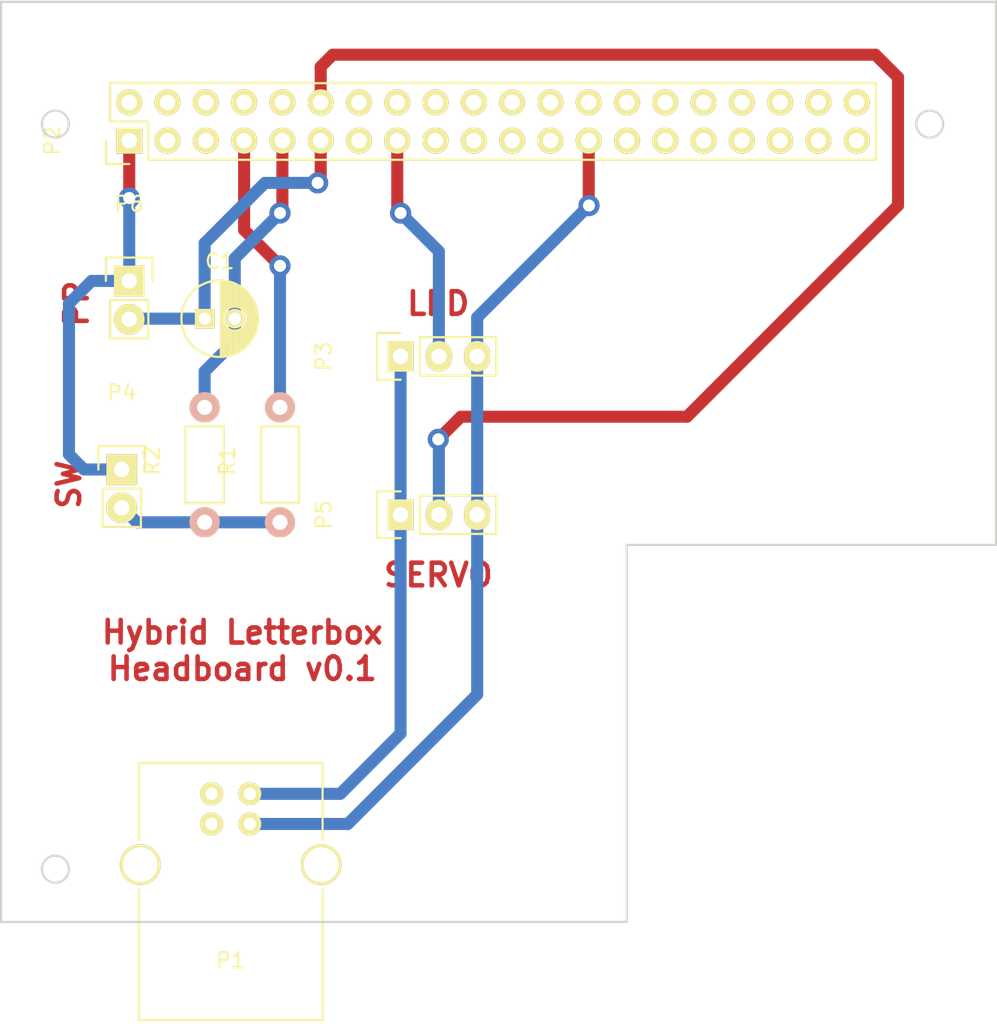
<source format=kicad_pcb>
(kicad_pcb (version 4) (host pcbnew 4.0.1-stable)

  (general
    (links 25)
    (no_connects 9)
    (area 124.924999 98.374999 191.075001 167.075001)
    (thickness 1.6)
    (drawings 22)
    (tracks 61)
    (zones 0)
    (modules 9)
    (nets 10)
  )

  (page A4)
  (layers
    (0 F.Cu signal)
    (31 B.Cu signal)
    (32 B.Adhes user)
    (33 F.Adhes user)
    (34 B.Paste user)
    (35 F.Paste user)
    (36 B.SilkS user)
    (37 F.SilkS user)
    (38 B.Mask user)
    (39 F.Mask user)
    (40 Dwgs.User user hide)
    (41 Cmts.User user)
    (42 Eco1.User user)
    (43 Eco2.User user)
    (44 Edge.Cuts user)
    (45 Margin user)
    (46 B.CrtYd user)
    (47 F.CrtYd user)
    (48 B.Fab user)
    (49 F.Fab user)
  )

  (setup
    (last_trace_width 0.8)
    (trace_clearance 0.8)
    (zone_clearance 0.508)
    (zone_45_only no)
    (trace_min 0.8)
    (segment_width 0.15)
    (edge_width 0.15)
    (via_size 1.4)
    (via_drill 0.8)
    (via_min_size 1.4)
    (via_min_drill 0.8)
    (uvia_size 1.4)
    (uvia_drill 0.8)
    (uvias_allowed no)
    (uvia_min_size 0.2)
    (uvia_min_drill 0.1)
    (pcb_text_width 0.3)
    (pcb_text_size 1.5 1.5)
    (mod_edge_width 0.15)
    (mod_text_size 1 1)
    (mod_text_width 0.15)
    (pad_size 1.524 1.524)
    (pad_drill 0.762)
    (pad_to_mask_clearance 0.2)
    (aux_axis_origin 0 0)
    (visible_elements FFFFFF7F)
    (pcbplotparams
      (layerselection 0x00000_80000001)
      (usegerberextensions false)
      (excludeedgelayer false)
      (linewidth 0.100000)
      (plotframeref false)
      (viasonmask false)
      (mode 1)
      (useauxorigin false)
      (hpglpennumber 1)
      (hpglpenspeed 20)
      (hpglpendiameter 15)
      (hpglpenoverlay 2)
      (psnegative false)
      (psa4output false)
      (plotreference true)
      (plotvalue true)
      (plotinvisibletext false)
      (padsonsilk false)
      (subtractmaskfromsilk false)
      (outputformat 4)
      (mirror false)
      (drillshape 1)
      (scaleselection 1)
      (outputdirectory plots/))
  )

  (net 0 "")
  (net 1 +3V3)
  (net 2 GND)
  (net 3 "Net-(P2-Pad12)")
  (net 4 "Net-(C1-Pad1)")
  (net 5 +5V)
  (net 6 "Net-(P1-Pad5)")
  (net 7 "Net-(P2-Pad7)")
  (net 8 "Net-(P2-Pad15)")
  (net 9 "Net-(P4-Pad2)")

  (net_class Default "This is the default net class."
    (clearance 0.8)
    (trace_width 0.8)
    (via_dia 1.4)
    (via_drill 0.8)
    (uvia_dia 1.4)
    (uvia_drill 0.8)
    (add_net +3V3)
    (add_net +5V)
    (add_net GND)
    (add_net "Net-(C1-Pad1)")
    (add_net "Net-(P1-Pad5)")
    (add_net "Net-(P2-Pad12)")
    (add_net "Net-(P2-Pad15)")
    (add_net "Net-(P2-Pad7)")
    (add_net "Net-(P4-Pad2)")
  )

  (module Pin_Headers:Pin_Header_Straight_2x20 locked (layer F.Cu) (tedit 0) (tstamp 56E82EC8)
    (at 133.5 107.7 90)
    (descr "Through hole pin header")
    (tags "pin header")
    (path /56E6E387)
    (fp_text reference P2 (at 0 -5.1 90) (layer F.SilkS)
      (effects (font (size 1 1) (thickness 0.15)))
    )
    (fp_text value PI_CONN (at 0 -3.1 90) (layer F.Fab)
      (effects (font (size 1 1) (thickness 0.15)))
    )
    (fp_line (start -1.75 -1.75) (end -1.75 50.05) (layer F.CrtYd) (width 0.05))
    (fp_line (start 4.3 -1.75) (end 4.3 50.05) (layer F.CrtYd) (width 0.05))
    (fp_line (start -1.75 -1.75) (end 4.3 -1.75) (layer F.CrtYd) (width 0.05))
    (fp_line (start -1.75 50.05) (end 4.3 50.05) (layer F.CrtYd) (width 0.05))
    (fp_line (start 3.81 49.53) (end 3.81 -1.27) (layer F.SilkS) (width 0.15))
    (fp_line (start -1.27 1.27) (end -1.27 49.53) (layer F.SilkS) (width 0.15))
    (fp_line (start 3.81 49.53) (end -1.27 49.53) (layer F.SilkS) (width 0.15))
    (fp_line (start 3.81 -1.27) (end 1.27 -1.27) (layer F.SilkS) (width 0.15))
    (fp_line (start 0 -1.55) (end -1.55 -1.55) (layer F.SilkS) (width 0.15))
    (fp_line (start 1.27 -1.27) (end 1.27 1.27) (layer F.SilkS) (width 0.15))
    (fp_line (start 1.27 1.27) (end -1.27 1.27) (layer F.SilkS) (width 0.15))
    (fp_line (start -1.55 -1.55) (end -1.55 0) (layer F.SilkS) (width 0.15))
    (pad 1 thru_hole rect (at 0 0 90) (size 1.7272 1.7272) (drill 1.016) (layers *.Cu *.Mask F.SilkS)
      (net 1 +3V3))
    (pad 2 thru_hole oval (at 2.54 0 90) (size 1.7272 1.7272) (drill 1.016) (layers *.Cu *.Mask F.SilkS))
    (pad 3 thru_hole oval (at 0 2.54 90) (size 1.7272 1.7272) (drill 1.016) (layers *.Cu *.Mask F.SilkS))
    (pad 4 thru_hole oval (at 2.54 2.54 90) (size 1.7272 1.7272) (drill 1.016) (layers *.Cu *.Mask F.SilkS))
    (pad 5 thru_hole oval (at 0 5.08 90) (size 1.7272 1.7272) (drill 1.016) (layers *.Cu *.Mask F.SilkS))
    (pad 6 thru_hole oval (at 2.54 5.08 90) (size 1.7272 1.7272) (drill 1.016) (layers *.Cu *.Mask F.SilkS)
      (net 2 GND))
    (pad 7 thru_hole oval (at 0 7.62 90) (size 1.7272 1.7272) (drill 1.016) (layers *.Cu *.Mask F.SilkS)
      (net 7 "Net-(P2-Pad7)"))
    (pad 8 thru_hole oval (at 2.54 7.62 90) (size 1.7272 1.7272) (drill 1.016) (layers *.Cu *.Mask F.SilkS))
    (pad 9 thru_hole oval (at 0 10.16 90) (size 1.7272 1.7272) (drill 1.016) (layers *.Cu *.Mask F.SilkS)
      (net 2 GND))
    (pad 10 thru_hole oval (at 2.54 10.16 90) (size 1.7272 1.7272) (drill 1.016) (layers *.Cu *.Mask F.SilkS))
    (pad 11 thru_hole oval (at 0 12.7 90) (size 1.7272 1.7272) (drill 1.016) (layers *.Cu *.Mask F.SilkS)
      (net 4 "Net-(C1-Pad1)"))
    (pad 12 thru_hole oval (at 2.54 12.7 90) (size 1.7272 1.7272) (drill 1.016) (layers *.Cu *.Mask F.SilkS)
      (net 3 "Net-(P2-Pad12)"))
    (pad 13 thru_hole oval (at 0 15.24 90) (size 1.7272 1.7272) (drill 1.016) (layers *.Cu *.Mask F.SilkS))
    (pad 14 thru_hole oval (at 2.54 15.24 90) (size 1.7272 1.7272) (drill 1.016) (layers *.Cu *.Mask F.SilkS)
      (net 2 GND))
    (pad 15 thru_hole oval (at 0 17.78 90) (size 1.7272 1.7272) (drill 1.016) (layers *.Cu *.Mask F.SilkS)
      (net 8 "Net-(P2-Pad15)"))
    (pad 16 thru_hole oval (at 2.54 17.78 90) (size 1.7272 1.7272) (drill 1.016) (layers *.Cu *.Mask F.SilkS))
    (pad 17 thru_hole oval (at 0 20.32 90) (size 1.7272 1.7272) (drill 1.016) (layers *.Cu *.Mask F.SilkS)
      (net 1 +3V3))
    (pad 18 thru_hole oval (at 2.54 20.32 90) (size 1.7272 1.7272) (drill 1.016) (layers *.Cu *.Mask F.SilkS))
    (pad 19 thru_hole oval (at 0 22.86 90) (size 1.7272 1.7272) (drill 1.016) (layers *.Cu *.Mask F.SilkS))
    (pad 20 thru_hole oval (at 2.54 22.86 90) (size 1.7272 1.7272) (drill 1.016) (layers *.Cu *.Mask F.SilkS)
      (net 2 GND))
    (pad 21 thru_hole oval (at 0 25.4 90) (size 1.7272 1.7272) (drill 1.016) (layers *.Cu *.Mask F.SilkS))
    (pad 22 thru_hole oval (at 2.54 25.4 90) (size 1.7272 1.7272) (drill 1.016) (layers *.Cu *.Mask F.SilkS))
    (pad 23 thru_hole oval (at 0 27.94 90) (size 1.7272 1.7272) (drill 1.016) (layers *.Cu *.Mask F.SilkS))
    (pad 24 thru_hole oval (at 2.54 27.94 90) (size 1.7272 1.7272) (drill 1.016) (layers *.Cu *.Mask F.SilkS))
    (pad 25 thru_hole oval (at 0 30.48 90) (size 1.7272 1.7272) (drill 1.016) (layers *.Cu *.Mask F.SilkS)
      (net 2 GND))
    (pad 26 thru_hole oval (at 2.54 30.48 90) (size 1.7272 1.7272) (drill 1.016) (layers *.Cu *.Mask F.SilkS))
    (pad 27 thru_hole oval (at 0 33.02 90) (size 1.7272 1.7272) (drill 1.016) (layers *.Cu *.Mask F.SilkS))
    (pad 28 thru_hole oval (at 2.54 33.02 90) (size 1.7272 1.7272) (drill 1.016) (layers *.Cu *.Mask F.SilkS))
    (pad 29 thru_hole oval (at 0 35.56 90) (size 1.7272 1.7272) (drill 1.016) (layers *.Cu *.Mask F.SilkS))
    (pad 30 thru_hole oval (at 2.54 35.56 90) (size 1.7272 1.7272) (drill 1.016) (layers *.Cu *.Mask F.SilkS)
      (net 2 GND))
    (pad 31 thru_hole oval (at 0 38.1 90) (size 1.7272 1.7272) (drill 1.016) (layers *.Cu *.Mask F.SilkS))
    (pad 32 thru_hole oval (at 2.54 38.1 90) (size 1.7272 1.7272) (drill 1.016) (layers *.Cu *.Mask F.SilkS))
    (pad 33 thru_hole oval (at 0 40.64 90) (size 1.7272 1.7272) (drill 1.016) (layers *.Cu *.Mask F.SilkS))
    (pad 34 thru_hole oval (at 2.54 40.64 90) (size 1.7272 1.7272) (drill 1.016) (layers *.Cu *.Mask F.SilkS)
      (net 2 GND))
    (pad 35 thru_hole oval (at 0 43.18 90) (size 1.7272 1.7272) (drill 1.016) (layers *.Cu *.Mask F.SilkS))
    (pad 36 thru_hole oval (at 2.54 43.18 90) (size 1.7272 1.7272) (drill 1.016) (layers *.Cu *.Mask F.SilkS))
    (pad 37 thru_hole oval (at 0 45.72 90) (size 1.7272 1.7272) (drill 1.016) (layers *.Cu *.Mask F.SilkS))
    (pad 38 thru_hole oval (at 2.54 45.72 90) (size 1.7272 1.7272) (drill 1.016) (layers *.Cu *.Mask F.SilkS))
    (pad 39 thru_hole oval (at 0 48.26 90) (size 1.7272 1.7272) (drill 1.016) (layers *.Cu *.Mask F.SilkS)
      (net 2 GND))
    (pad 40 thru_hole oval (at 2.54 48.26 90) (size 1.7272 1.7272) (drill 1.016) (layers *.Cu *.Mask F.SilkS))
    (model Pin_Headers.3dshapes/Pin_Header_Straight_2x20.wrl
      (at (xyz 0.05 -0.95 0))
      (scale (xyz 1 1 1))
      (rotate (xyz 0 0 90))
    )
  )

  (module Pin_Headers:Pin_Header_Straight_1x03 (layer F.Cu) (tedit 0) (tstamp 570B7B51)
    (at 151.5 132.5 90)
    (descr "Through hole pin header")
    (tags "pin header")
    (path /56E7DEB4)
    (fp_text reference P5 (at 0 -5.1 90) (layer F.SilkS)
      (effects (font (size 1 1) (thickness 0.15)))
    )
    (fp_text value SERVO (at 0 -3.1 90) (layer F.Fab)
      (effects (font (size 1 1) (thickness 0.15)))
    )
    (fp_line (start -1.75 -1.75) (end -1.75 6.85) (layer F.CrtYd) (width 0.05))
    (fp_line (start 1.75 -1.75) (end 1.75 6.85) (layer F.CrtYd) (width 0.05))
    (fp_line (start -1.75 -1.75) (end 1.75 -1.75) (layer F.CrtYd) (width 0.05))
    (fp_line (start -1.75 6.85) (end 1.75 6.85) (layer F.CrtYd) (width 0.05))
    (fp_line (start -1.27 1.27) (end -1.27 6.35) (layer F.SilkS) (width 0.15))
    (fp_line (start -1.27 6.35) (end 1.27 6.35) (layer F.SilkS) (width 0.15))
    (fp_line (start 1.27 6.35) (end 1.27 1.27) (layer F.SilkS) (width 0.15))
    (fp_line (start 1.55 -1.55) (end 1.55 0) (layer F.SilkS) (width 0.15))
    (fp_line (start 1.27 1.27) (end -1.27 1.27) (layer F.SilkS) (width 0.15))
    (fp_line (start -1.55 0) (end -1.55 -1.55) (layer F.SilkS) (width 0.15))
    (fp_line (start -1.55 -1.55) (end 1.55 -1.55) (layer F.SilkS) (width 0.15))
    (pad 1 thru_hole rect (at 0 0 90) (size 2.032 1.7272) (drill 1.016) (layers *.Cu *.Mask F.SilkS)
      (net 5 +5V))
    (pad 2 thru_hole oval (at 0 2.54 90) (size 2.032 1.7272) (drill 1.016) (layers *.Cu *.Mask F.SilkS)
      (net 3 "Net-(P2-Pad12)"))
    (pad 3 thru_hole oval (at 0 5.08 90) (size 2.032 1.7272) (drill 1.016) (layers *.Cu *.Mask F.SilkS)
      (net 2 GND))
    (model Pin_Headers.3dshapes/Pin_Header_Straight_1x03.wrl
      (at (xyz 0 -0.1 0))
      (scale (xyz 1 1 1))
      (rotate (xyz 0 0 90))
    )
  )

  (module Capacitors_ThroughHole:C_Radial_D5_L11_P2 (layer F.Cu) (tedit 0) (tstamp 570B7B73)
    (at 138.5 119.5)
    (descr "Radial Electrolytic Capacitor 5mm x Length 11mm, Pitch 2mm")
    (tags "Electrolytic Capacitor")
    (path /570B7CD8)
    (fp_text reference C1 (at 1 -3.8) (layer F.SilkS)
      (effects (font (size 1 1) (thickness 0.15)))
    )
    (fp_text value "1uF 50V" (at 1 3.8) (layer F.Fab)
      (effects (font (size 1 1) (thickness 0.15)))
    )
    (fp_line (start 1.075 -2.499) (end 1.075 2.499) (layer F.SilkS) (width 0.15))
    (fp_line (start 1.215 -2.491) (end 1.215 -0.154) (layer F.SilkS) (width 0.15))
    (fp_line (start 1.215 0.154) (end 1.215 2.491) (layer F.SilkS) (width 0.15))
    (fp_line (start 1.355 -2.475) (end 1.355 -0.473) (layer F.SilkS) (width 0.15))
    (fp_line (start 1.355 0.473) (end 1.355 2.475) (layer F.SilkS) (width 0.15))
    (fp_line (start 1.495 -2.451) (end 1.495 -0.62) (layer F.SilkS) (width 0.15))
    (fp_line (start 1.495 0.62) (end 1.495 2.451) (layer F.SilkS) (width 0.15))
    (fp_line (start 1.635 -2.418) (end 1.635 -0.712) (layer F.SilkS) (width 0.15))
    (fp_line (start 1.635 0.712) (end 1.635 2.418) (layer F.SilkS) (width 0.15))
    (fp_line (start 1.775 -2.377) (end 1.775 -0.768) (layer F.SilkS) (width 0.15))
    (fp_line (start 1.775 0.768) (end 1.775 2.377) (layer F.SilkS) (width 0.15))
    (fp_line (start 1.915 -2.327) (end 1.915 -0.795) (layer F.SilkS) (width 0.15))
    (fp_line (start 1.915 0.795) (end 1.915 2.327) (layer F.SilkS) (width 0.15))
    (fp_line (start 2.055 -2.266) (end 2.055 -0.798) (layer F.SilkS) (width 0.15))
    (fp_line (start 2.055 0.798) (end 2.055 2.266) (layer F.SilkS) (width 0.15))
    (fp_line (start 2.195 -2.196) (end 2.195 -0.776) (layer F.SilkS) (width 0.15))
    (fp_line (start 2.195 0.776) (end 2.195 2.196) (layer F.SilkS) (width 0.15))
    (fp_line (start 2.335 -2.114) (end 2.335 -0.726) (layer F.SilkS) (width 0.15))
    (fp_line (start 2.335 0.726) (end 2.335 2.114) (layer F.SilkS) (width 0.15))
    (fp_line (start 2.475 -2.019) (end 2.475 -0.644) (layer F.SilkS) (width 0.15))
    (fp_line (start 2.475 0.644) (end 2.475 2.019) (layer F.SilkS) (width 0.15))
    (fp_line (start 2.615 -1.908) (end 2.615 -0.512) (layer F.SilkS) (width 0.15))
    (fp_line (start 2.615 0.512) (end 2.615 1.908) (layer F.SilkS) (width 0.15))
    (fp_line (start 2.755 -1.78) (end 2.755 -0.265) (layer F.SilkS) (width 0.15))
    (fp_line (start 2.755 0.265) (end 2.755 1.78) (layer F.SilkS) (width 0.15))
    (fp_line (start 2.895 -1.631) (end 2.895 1.631) (layer F.SilkS) (width 0.15))
    (fp_line (start 3.035 -1.452) (end 3.035 1.452) (layer F.SilkS) (width 0.15))
    (fp_line (start 3.175 -1.233) (end 3.175 1.233) (layer F.SilkS) (width 0.15))
    (fp_line (start 3.315 -0.944) (end 3.315 0.944) (layer F.SilkS) (width 0.15))
    (fp_line (start 3.455 -0.472) (end 3.455 0.472) (layer F.SilkS) (width 0.15))
    (fp_circle (center 2 0) (end 2 -0.8) (layer F.SilkS) (width 0.15))
    (fp_circle (center 1 0) (end 1 -2.5375) (layer F.SilkS) (width 0.15))
    (fp_circle (center 1 0) (end 1 -2.8) (layer F.CrtYd) (width 0.05))
    (pad 1 thru_hole rect (at 0 0) (size 1.3 1.3) (drill 0.8) (layers *.Cu *.Mask F.SilkS)
      (net 4 "Net-(C1-Pad1)"))
    (pad 2 thru_hole circle (at 2 0) (size 1.3 1.3) (drill 0.8) (layers *.Cu *.Mask F.SilkS)
      (net 2 GND))
    (model Capacitors_ThroughHole.3dshapes/C_Radial_D5_L11_P2.wrl
      (at (xyz 0 0 0))
      (scale (xyz 1 1 1))
      (rotate (xyz 0 0 0))
    )
  )

  (module Connect:USB_B (layer F.Cu) (tedit 55B36073) (tstamp 570B7B7D)
    (at 141.5 151 270)
    (descr "USB B connector")
    (tags "USB_B USB_DEV")
    (path /570B7562)
    (fp_text reference P1 (at 11.049 1.27 360) (layer F.SilkS)
      (effects (font (size 1 1) (thickness 0.15)))
    )
    (fp_text value USB_B (at 4.699 1.27 360) (layer F.Fab)
      (effects (font (size 1 1) (thickness 0.15)))
    )
    (fp_line (start 15.25 8.9) (end -2.3 8.9) (layer F.CrtYd) (width 0.05))
    (fp_line (start -2.3 8.9) (end -2.3 -6.35) (layer F.CrtYd) (width 0.05))
    (fp_line (start -2.3 -6.35) (end 15.25 -6.35) (layer F.CrtYd) (width 0.05))
    (fp_line (start 15.25 -6.35) (end 15.25 8.9) (layer F.CrtYd) (width 0.05))
    (fp_line (start 6.35 7.366) (end 14.986 7.366) (layer F.SilkS) (width 0.15))
    (fp_line (start -2.032 7.366) (end 3.048 7.366) (layer F.SilkS) (width 0.15))
    (fp_line (start 6.35 -4.826) (end 14.986 -4.826) (layer F.SilkS) (width 0.15))
    (fp_line (start -2.032 -4.826) (end 3.048 -4.826) (layer F.SilkS) (width 0.15))
    (fp_line (start 14.986 -4.826) (end 14.986 7.366) (layer F.SilkS) (width 0.15))
    (fp_line (start -2.032 7.366) (end -2.032 -4.826) (layer F.SilkS) (width 0.15))
    (pad 2 thru_hole circle (at 0 2.54 180) (size 1.524 1.524) (drill 0.8128) (layers *.Cu *.Mask F.SilkS))
    (pad 1 thru_hole circle (at 0 0 180) (size 1.524 1.524) (drill 0.8128) (layers *.Cu *.Mask F.SilkS)
      (net 5 +5V))
    (pad 4 thru_hole circle (at 1.99898 0 180) (size 1.524 1.524) (drill 0.8128) (layers *.Cu *.Mask F.SilkS)
      (net 2 GND))
    (pad 3 thru_hole circle (at 1.99898 2.54 180) (size 1.524 1.524) (drill 0.8128) (layers *.Cu *.Mask F.SilkS))
    (pad 5 thru_hole circle (at 4.699 7.26948 180) (size 2.70002 2.70002) (drill 2.30124) (layers *.Cu *.Mask F.SilkS)
      (net 6 "Net-(P1-Pad5)"))
    (pad 5 thru_hole circle (at 4.699 -4.72948 180) (size 2.70002 2.70002) (drill 2.30124) (layers *.Cu *.Mask F.SilkS)
      (net 6 "Net-(P1-Pad5)"))
    (model Connect.3dshapes/USB_B.wrl
      (at (xyz 0.185 -0.05 0.001))
      (scale (xyz 0.3937 0.3937 0.3937))
      (rotate (xyz 0 0 -90))
    )
  )

  (module Pin_Headers:Pin_Header_Straight_1x03 (layer F.Cu) (tedit 0) (tstamp 570B7B84)
    (at 151.5 122 90)
    (descr "Through hole pin header")
    (tags "pin header")
    (path /570B7E6B)
    (fp_text reference P3 (at 0 -5.1 90) (layer F.SilkS)
      (effects (font (size 1 1) (thickness 0.15)))
    )
    (fp_text value LED (at 0 -3.1 90) (layer F.Fab)
      (effects (font (size 1 1) (thickness 0.15)))
    )
    (fp_line (start -1.75 -1.75) (end -1.75 6.85) (layer F.CrtYd) (width 0.05))
    (fp_line (start 1.75 -1.75) (end 1.75 6.85) (layer F.CrtYd) (width 0.05))
    (fp_line (start -1.75 -1.75) (end 1.75 -1.75) (layer F.CrtYd) (width 0.05))
    (fp_line (start -1.75 6.85) (end 1.75 6.85) (layer F.CrtYd) (width 0.05))
    (fp_line (start -1.27 1.27) (end -1.27 6.35) (layer F.SilkS) (width 0.15))
    (fp_line (start -1.27 6.35) (end 1.27 6.35) (layer F.SilkS) (width 0.15))
    (fp_line (start 1.27 6.35) (end 1.27 1.27) (layer F.SilkS) (width 0.15))
    (fp_line (start 1.55 -1.55) (end 1.55 0) (layer F.SilkS) (width 0.15))
    (fp_line (start 1.27 1.27) (end -1.27 1.27) (layer F.SilkS) (width 0.15))
    (fp_line (start -1.55 0) (end -1.55 -1.55) (layer F.SilkS) (width 0.15))
    (fp_line (start -1.55 -1.55) (end 1.55 -1.55) (layer F.SilkS) (width 0.15))
    (pad 1 thru_hole rect (at 0 0 90) (size 2.032 1.7272) (drill 1.016) (layers *.Cu *.Mask F.SilkS)
      (net 5 +5V))
    (pad 2 thru_hole oval (at 0 2.54 90) (size 2.032 1.7272) (drill 1.016) (layers *.Cu *.Mask F.SilkS)
      (net 8 "Net-(P2-Pad15)"))
    (pad 3 thru_hole oval (at 0 5.08 90) (size 2.032 1.7272) (drill 1.016) (layers *.Cu *.Mask F.SilkS)
      (net 2 GND))
    (model Pin_Headers.3dshapes/Pin_Header_Straight_1x03.wrl
      (at (xyz 0 -0.1 0))
      (scale (xyz 1 1 1))
      (rotate (xyz 0 0 90))
    )
  )

  (module Pin_Headers:Pin_Header_Straight_1x02 (layer F.Cu) (tedit 54EA090C) (tstamp 570B7B8A)
    (at 133 129.5)
    (descr "Through hole pin header")
    (tags "pin header")
    (path /570B771C)
    (fp_text reference P4 (at 0 -5.1) (layer F.SilkS)
      (effects (font (size 1 1) (thickness 0.15)))
    )
    (fp_text value SWITCH (at 0 -3.1) (layer F.Fab)
      (effects (font (size 1 1) (thickness 0.15)))
    )
    (fp_line (start 1.27 1.27) (end 1.27 3.81) (layer F.SilkS) (width 0.15))
    (fp_line (start 1.55 -1.55) (end 1.55 0) (layer F.SilkS) (width 0.15))
    (fp_line (start -1.75 -1.75) (end -1.75 4.3) (layer F.CrtYd) (width 0.05))
    (fp_line (start 1.75 -1.75) (end 1.75 4.3) (layer F.CrtYd) (width 0.05))
    (fp_line (start -1.75 -1.75) (end 1.75 -1.75) (layer F.CrtYd) (width 0.05))
    (fp_line (start -1.75 4.3) (end 1.75 4.3) (layer F.CrtYd) (width 0.05))
    (fp_line (start 1.27 1.27) (end -1.27 1.27) (layer F.SilkS) (width 0.15))
    (fp_line (start -1.55 0) (end -1.55 -1.55) (layer F.SilkS) (width 0.15))
    (fp_line (start -1.55 -1.55) (end 1.55 -1.55) (layer F.SilkS) (width 0.15))
    (fp_line (start -1.27 1.27) (end -1.27 3.81) (layer F.SilkS) (width 0.15))
    (fp_line (start -1.27 3.81) (end 1.27 3.81) (layer F.SilkS) (width 0.15))
    (pad 1 thru_hole rect (at 0 0) (size 2.032 2.032) (drill 1.016) (layers *.Cu *.Mask F.SilkS)
      (net 1 +3V3))
    (pad 2 thru_hole oval (at 0 2.54) (size 2.032 2.032) (drill 1.016) (layers *.Cu *.Mask F.SilkS)
      (net 9 "Net-(P4-Pad2)"))
    (model Pin_Headers.3dshapes/Pin_Header_Straight_1x02.wrl
      (at (xyz 0 -0.05 0))
      (scale (xyz 1 1 1))
      (rotate (xyz 0 0 90))
    )
  )

  (module Pin_Headers:Pin_Header_Straight_1x02 (layer F.Cu) (tedit 54EA090C) (tstamp 570B7B90)
    (at 133.5 117)
    (descr "Through hole pin header")
    (tags "pin header")
    (path /570B7C17)
    (fp_text reference P6 (at 0 -5.1) (layer F.SilkS)
      (effects (font (size 1 1) (thickness 0.15)))
    )
    (fp_text value PHOTORESISTOR (at 0 -3.1) (layer F.Fab)
      (effects (font (size 1 1) (thickness 0.15)))
    )
    (fp_line (start 1.27 1.27) (end 1.27 3.81) (layer F.SilkS) (width 0.15))
    (fp_line (start 1.55 -1.55) (end 1.55 0) (layer F.SilkS) (width 0.15))
    (fp_line (start -1.75 -1.75) (end -1.75 4.3) (layer F.CrtYd) (width 0.05))
    (fp_line (start 1.75 -1.75) (end 1.75 4.3) (layer F.CrtYd) (width 0.05))
    (fp_line (start -1.75 -1.75) (end 1.75 -1.75) (layer F.CrtYd) (width 0.05))
    (fp_line (start -1.75 4.3) (end 1.75 4.3) (layer F.CrtYd) (width 0.05))
    (fp_line (start 1.27 1.27) (end -1.27 1.27) (layer F.SilkS) (width 0.15))
    (fp_line (start -1.55 0) (end -1.55 -1.55) (layer F.SilkS) (width 0.15))
    (fp_line (start -1.55 -1.55) (end 1.55 -1.55) (layer F.SilkS) (width 0.15))
    (fp_line (start -1.27 1.27) (end -1.27 3.81) (layer F.SilkS) (width 0.15))
    (fp_line (start -1.27 3.81) (end 1.27 3.81) (layer F.SilkS) (width 0.15))
    (pad 1 thru_hole rect (at 0 0) (size 2.032 2.032) (drill 1.016) (layers *.Cu *.Mask F.SilkS)
      (net 1 +3V3))
    (pad 2 thru_hole oval (at 0 2.54) (size 2.032 2.032) (drill 1.016) (layers *.Cu *.Mask F.SilkS)
      (net 4 "Net-(C1-Pad1)"))
    (model Pin_Headers.3dshapes/Pin_Header_Straight_1x02.wrl
      (at (xyz 0 -0.05 0))
      (scale (xyz 1 1 1))
      (rotate (xyz 0 0 90))
    )
  )

  (module Resistors_ThroughHole:Resistor_Horizontal_RM7mm (layer F.Cu) (tedit 569FCF07) (tstamp 570B7B96)
    (at 143.5 133 90)
    (descr "Resistor, Axial,  RM 7.62mm, 1/3W,")
    (tags "Resistor Axial RM 7.62mm 1/3W R3")
    (path /570B7840)
    (fp_text reference R1 (at 4.05892 -3.50012 90) (layer F.SilkS)
      (effects (font (size 1 1) (thickness 0.15)))
    )
    (fp_text value "1 kOhm" (at 3.81 3.81 90) (layer F.Fab)
      (effects (font (size 1 1) (thickness 0.15)))
    )
    (fp_line (start -1.25 -1.5) (end 8.85 -1.5) (layer F.CrtYd) (width 0.05))
    (fp_line (start -1.25 1.5) (end -1.25 -1.5) (layer F.CrtYd) (width 0.05))
    (fp_line (start 8.85 -1.5) (end 8.85 1.5) (layer F.CrtYd) (width 0.05))
    (fp_line (start -1.25 1.5) (end 8.85 1.5) (layer F.CrtYd) (width 0.05))
    (fp_line (start 1.27 -1.27) (end 6.35 -1.27) (layer F.SilkS) (width 0.15))
    (fp_line (start 6.35 -1.27) (end 6.35 1.27) (layer F.SilkS) (width 0.15))
    (fp_line (start 6.35 1.27) (end 1.27 1.27) (layer F.SilkS) (width 0.15))
    (fp_line (start 1.27 1.27) (end 1.27 -1.27) (layer F.SilkS) (width 0.15))
    (pad 1 thru_hole circle (at 0 0 90) (size 1.99898 1.99898) (drill 1.00076) (layers *.Cu *.SilkS *.Mask)
      (net 9 "Net-(P4-Pad2)"))
    (pad 2 thru_hole circle (at 7.62 0 90) (size 1.99898 1.99898) (drill 1.00076) (layers *.Cu *.SilkS *.Mask)
      (net 7 "Net-(P2-Pad7)"))
  )

  (module Resistors_ThroughHole:Resistor_Horizontal_RM7mm (layer F.Cu) (tedit 569FCF07) (tstamp 570B7B9C)
    (at 138.5 133 90)
    (descr "Resistor, Axial,  RM 7.62mm, 1/3W,")
    (tags "Resistor Axial RM 7.62mm 1/3W R3")
    (path /570B794F)
    (fp_text reference R2 (at 4.05892 -3.50012 90) (layer F.SilkS)
      (effects (font (size 1 1) (thickness 0.15)))
    )
    (fp_text value "10 kOhm" (at 3.81 3.81 90) (layer F.Fab)
      (effects (font (size 1 1) (thickness 0.15)))
    )
    (fp_line (start -1.25 -1.5) (end 8.85 -1.5) (layer F.CrtYd) (width 0.05))
    (fp_line (start -1.25 1.5) (end -1.25 -1.5) (layer F.CrtYd) (width 0.05))
    (fp_line (start 8.85 -1.5) (end 8.85 1.5) (layer F.CrtYd) (width 0.05))
    (fp_line (start -1.25 1.5) (end 8.85 1.5) (layer F.CrtYd) (width 0.05))
    (fp_line (start 1.27 -1.27) (end 6.35 -1.27) (layer F.SilkS) (width 0.15))
    (fp_line (start 6.35 -1.27) (end 6.35 1.27) (layer F.SilkS) (width 0.15))
    (fp_line (start 6.35 1.27) (end 1.27 1.27) (layer F.SilkS) (width 0.15))
    (fp_line (start 1.27 1.27) (end 1.27 -1.27) (layer F.SilkS) (width 0.15))
    (pad 1 thru_hole circle (at 0 0 90) (size 1.99898 1.99898) (drill 1.00076) (layers *.Cu *.SilkS *.Mask)
      (net 9 "Net-(P4-Pad2)"))
    (pad 2 thru_hole circle (at 7.62 0 90) (size 1.99898 1.99898) (drill 1.00076) (layers *.Cu *.SilkS *.Mask)
      (net 2 GND))
  )

  (gr_text "Hybrid Letterbox\nHeadboard v0.1" (at 141 141.5) (layer F.Cu)
    (effects (font (size 1.5 1.5) (thickness 0.3)))
  )
  (gr_text SW (at 129.5 130.5 90) (layer F.Cu)
    (effects (font (size 1.5 1.5) (thickness 0.3)))
  )
  (gr_text PR (at 130 118.5 90) (layer F.Cu)
    (effects (font (size 1.5 1.5) (thickness 0.3)))
  )
  (gr_text SERVO (at 154 136.5) (layer F.Cu)
    (effects (font (size 1.5 1.5) (thickness 0.3)))
  )
  (gr_text LED (at 154 118.5) (layer F.Cu)
    (effects (font (size 1.5 1.5) (thickness 0.3)))
  )
  (gr_line (start 125 98.5) (end 125 103) (angle 90) (layer Edge.Cuts) (width 0.15))
  (gr_line (start 191 98.5) (end 125 98.5) (angle 90) (layer Edge.Cuts) (width 0.15))
  (gr_line (start 191 103.05) (end 191 98.45) (angle 90) (layer Edge.Cuts) (width 0.15))
  (gr_circle (center 128.6 106.6) (end 127.8 106.2) (layer Edge.Cuts) (width 0.15) (tstamp 56E823F5))
  (gr_circle (center 186.6 106.6) (end 185.8 106.2) (layer Edge.Cuts) (width 0.15) (tstamp 56E81D04))
  (gr_circle (center 128.6 156) (end 127.8 155.6) (layer Edge.Cuts) (width 0.15))
  (gr_line (start 186.6 106.6) (end 128.6 106.6) (angle 90) (layer Dwgs.User) (width 0.2))
  (gr_line (start 186.6 156) (end 186.6 106.6) (angle 90) (layer Dwgs.User) (width 0.2))
  (gr_line (start 186.4 156) (end 186.6 156) (angle 90) (layer Dwgs.User) (width 0.2))
  (gr_line (start 128.6 156) (end 186.4 156) (angle 90) (layer Dwgs.User) (width 0.2))
  (gr_line (start 128.6 106.6) (end 128.6 156) (angle 90) (layer Dwgs.User) (width 0.2))
  (gr_line (start 191 103) (end 125 103) (angle 90) (layer Dwgs.User) (width 0.15))
  (gr_line (start 166.5 159.5) (end 125 159.5) (angle 90) (layer Edge.Cuts) (width 0.15))
  (gr_line (start 191 134.5) (end 191 103) (angle 90) (layer Edge.Cuts) (width 0.15))
  (gr_line (start 166.5 134.5) (end 191 134.5) (angle 90) (layer Edge.Cuts) (width 0.15))
  (gr_line (start 166.5 159.5) (end 166.5 134.5) (angle 90) (layer Edge.Cuts) (width 0.15))
  (gr_line (start 125 103) (end 125 159.5) (angle 90) (layer Edge.Cuts) (width 0.15))

  (segment (start 133.5 107.7) (end 133.5 111.5) (width 0.8) (layer F.Cu) (net 1))
  (segment (start 133.5 111.5) (end 133.5 117) (width 0.8) (layer B.Cu) (net 1) (tstamp 570B7CDC))
  (via (at 133.5 111.5) (size 1.4) (drill 0.8) (layers F.Cu B.Cu) (net 1))
  (segment (start 133.5 117) (end 131 117) (width 0.8) (layer B.Cu) (net 1) (tstamp 570B7CDD))
  (segment (start 131 117) (end 129.5 118.5) (width 0.8) (layer B.Cu) (net 1) (tstamp 570B7CDE))
  (segment (start 129.5 118.5) (end 129.5 128.5) (width 0.8) (layer B.Cu) (net 1) (tstamp 570B7CDF))
  (segment (start 129.5 128.5) (end 130.5 129.5) (width 0.8) (layer B.Cu) (net 1) (tstamp 570B7CE0))
  (segment (start 130.5 129.5) (end 133 129.5) (width 0.8) (layer B.Cu) (net 1) (tstamp 570B7CE1))
  (segment (start 138.5 125.38) (end 138.5 123) (width 0.8) (layer B.Cu) (net 2))
  (segment (start 140.5 121) (end 140.5 119.5) (width 0.8) (layer B.Cu) (net 2) (tstamp 570B7D58))
  (segment (start 138.5 123) (end 140.5 121) (width 0.8) (layer B.Cu) (net 2) (tstamp 570B7D57))
  (segment (start 140.5 119.5) (end 140.5 115.5) (width 0.8) (layer B.Cu) (net 2))
  (segment (start 143.66 112.34) (end 143.66 107.7) (width 0.8) (layer F.Cu) (net 2) (tstamp 570B7D42))
  (segment (start 143.5 112.5) (end 143.66 112.34) (width 0.8) (layer F.Cu) (net 2) (tstamp 570B7D41))
  (via (at 143.5 112.5) (size 1.4) (drill 0.8) (layers F.Cu B.Cu) (net 2))
  (segment (start 140.5 115.5) (end 143.5 112.5) (width 0.8) (layer B.Cu) (net 2) (tstamp 570B7D3E))
  (segment (start 156.58 122) (end 156.58 119.42) (width 0.8) (layer B.Cu) (net 2))
  (segment (start 163.98 111.98) (end 163.98 107.7) (width 0.8) (layer F.Cu) (net 2) (tstamp 570B7D20))
  (segment (start 164 112) (end 163.98 111.98) (width 0.8) (layer F.Cu) (net 2) (tstamp 570B7D1F))
  (via (at 164 112) (size 1.4) (drill 0.8) (layers F.Cu B.Cu) (net 2))
  (segment (start 156.58 119.42) (end 164 112) (width 0.8) (layer B.Cu) (net 2) (tstamp 570B7D1C))
  (segment (start 156.58 132.5) (end 156.58 122) (width 0.8) (layer B.Cu) (net 2))
  (segment (start 141.5 152.99898) (end 148.00102 152.99898) (width 0.8) (layer B.Cu) (net 2))
  (segment (start 156.58 144.42) (end 156.58 132.5) (width 0.8) (layer B.Cu) (net 2) (tstamp 570B7D14))
  (segment (start 148.00102 152.99898) (end 156.58 144.42) (width 0.8) (layer B.Cu) (net 2) (tstamp 570B7D12))
  (segment (start 154.04 132.5) (end 154.04 127.54) (width 0.8) (layer B.Cu) (net 3))
  (segment (start 146.2 102.8) (end 146.2 105.16) (width 0.8) (layer F.Cu) (net 3) (tstamp 570B7D3A))
  (segment (start 147 102) (end 146.2 102.8) (width 0.8) (layer F.Cu) (net 3) (tstamp 570B7D39))
  (segment (start 183 102) (end 147 102) (width 0.8) (layer F.Cu) (net 3) (tstamp 570B7D38))
  (segment (start 184.5 103.5) (end 183 102) (width 0.8) (layer F.Cu) (net 3) (tstamp 570B7D37))
  (segment (start 184.5 112) (end 184.5 103.5) (width 0.8) (layer F.Cu) (net 3) (tstamp 570B7D35))
  (segment (start 170.5 126) (end 184.5 112) (width 0.8) (layer F.Cu) (net 3) (tstamp 570B7D33))
  (segment (start 155.5 126) (end 170.5 126) (width 0.8) (layer F.Cu) (net 3) (tstamp 570B7D32))
  (segment (start 154 127.5) (end 155.5 126) (width 0.8) (layer F.Cu) (net 3) (tstamp 570B7D31))
  (via (at 154 127.5) (size 1.4) (drill 0.8) (layers F.Cu B.Cu) (net 3))
  (segment (start 154.04 127.54) (end 154 127.5) (width 0.8) (layer B.Cu) (net 3) (tstamp 570B7D2E))
  (segment (start 138.5 119.5) (end 138.5 114.5) (width 0.8) (layer B.Cu) (net 4))
  (segment (start 146.2 110.3) (end 146.2 107.7) (width 0.8) (layer F.Cu) (net 4) (tstamp 570B7D68))
  (segment (start 146 110.5) (end 146.2 110.3) (width 0.8) (layer F.Cu) (net 4) (tstamp 570B7D67))
  (via (at 146 110.5) (size 1.4) (drill 0.8) (layers F.Cu B.Cu) (net 4))
  (segment (start 142.5 110.5) (end 146 110.5) (width 0.8) (layer B.Cu) (net 4) (tstamp 570B7D64))
  (segment (start 138.5 114.5) (end 142.5 110.5) (width 0.8) (layer B.Cu) (net 4) (tstamp 570B7D63))
  (segment (start 138.5 119.5) (end 133.54 119.5) (width 0.8) (layer B.Cu) (net 4))
  (segment (start 133.54 119.5) (end 133.5 119.54) (width 0.8) (layer B.Cu) (net 4) (tstamp 570B7CE4))
  (segment (start 151.5 132.5) (end 151.5 122) (width 0.8) (layer B.Cu) (net 5))
  (segment (start 151.5 132.5) (end 151.5 147) (width 0.8) (layer B.Cu) (net 5))
  (segment (start 147.5 151) (end 141.5 151) (width 0.8) (layer B.Cu) (net 5) (tstamp 570B7D04))
  (segment (start 151.5 147) (end 147.5 151) (width 0.8) (layer B.Cu) (net 5) (tstamp 570B7D02))
  (segment (start 143.5 125.38) (end 143.5 116) (width 0.8) (layer B.Cu) (net 7))
  (segment (start 141.12 113.62) (end 141.12 107.7) (width 0.8) (layer F.Cu) (net 7) (tstamp 570B7D70))
  (segment (start 143.5 116) (end 141.12 113.62) (width 0.8) (layer F.Cu) (net 7) (tstamp 570B7D6F))
  (via (at 143.5 116) (size 1.4) (drill 0.8) (layers F.Cu B.Cu) (net 7))
  (segment (start 154.04 122) (end 154.04 115.04) (width 0.8) (layer B.Cu) (net 8))
  (segment (start 151.28 112.28) (end 151.28 107.7) (width 0.8) (layer F.Cu) (net 8) (tstamp 570B7D2A))
  (segment (start 151.5 112.5) (end 151.28 112.28) (width 0.8) (layer F.Cu) (net 8) (tstamp 570B7D29))
  (via (at 151.5 112.5) (size 1.4) (drill 0.8) (layers F.Cu B.Cu) (net 8))
  (segment (start 154.04 115.04) (end 151.5 112.5) (width 0.8) (layer B.Cu) (net 8) (tstamp 570B7D26))
  (segment (start 138.5 133) (end 143.5 133) (width 0.8) (layer B.Cu) (net 9))
  (segment (start 133 132.04) (end 133.04 132.04) (width 0.8) (layer B.Cu) (net 9))
  (segment (start 133.04 132.04) (end 134 133) (width 0.8) (layer B.Cu) (net 9) (tstamp 570B7CE7))
  (segment (start 134 133) (end 138.5 133) (width 0.8) (layer B.Cu) (net 9) (tstamp 570B7CE8))

)

</source>
